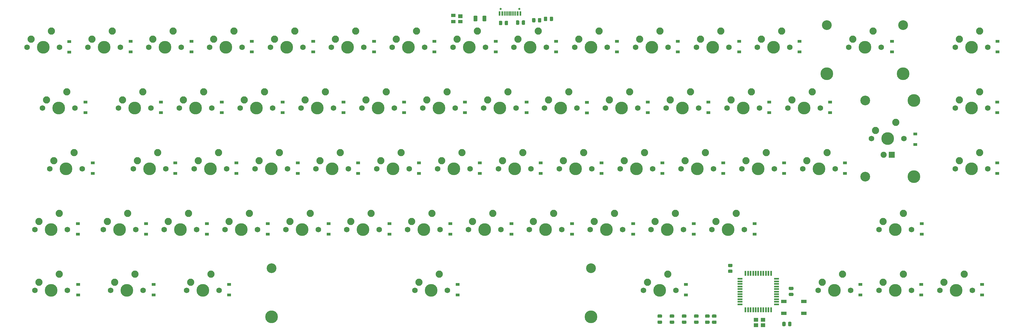
<source format=gbs>
G04 #@! TF.GenerationSoftware,KiCad,Pcbnew,(5.1.9)-1*
G04 #@! TF.CreationDate,2021-03-25T17:13:51+01:00*
G04 #@! TF.ProjectId,rabbitholev1,72616262-6974-4686-9f6c-6576312e6b69,rev?*
G04 #@! TF.SameCoordinates,Original*
G04 #@! TF.FileFunction,Soldermask,Bot*
G04 #@! TF.FilePolarity,Negative*
%FSLAX46Y46*%
G04 Gerber Fmt 4.6, Leading zero omitted, Abs format (unit mm)*
G04 Created by KiCad (PCBNEW (5.1.9)-1) date 2021-03-25 17:13:51*
%MOMM*%
%LPD*%
G01*
G04 APERTURE LIST*
%ADD10C,2.250000*%
%ADD11C,3.987800*%
%ADD12C,1.750000*%
%ADD13C,3.048000*%
%ADD14R,1.905000X1.905000*%
%ADD15C,1.905000*%
%ADD16R,1.400000X1.200000*%
%ADD17R,0.600000X1.450000*%
%ADD18R,0.300000X1.450000*%
%ADD19C,0.650000*%
%ADD20R,0.550000X1.500000*%
%ADD21R,1.500000X0.550000*%
%ADD22R,1.800000X1.100000*%
%ADD23R,1.400000X1.000000*%
%ADD24R,1.200000X0.900000*%
G04 APERTURE END LIST*
D10*
G04 #@! TO.C,MX17*
X40640000Y-150495000D03*
D11*
X38100000Y-155575000D03*
D10*
X34290000Y-153035000D03*
D12*
X33020000Y-155575000D03*
X43180000Y-155575000D03*
G04 #@! TD*
D10*
G04 #@! TO.C,MX18*
X59690000Y-150495000D03*
D11*
X57150000Y-155575000D03*
D10*
X53340000Y-153035000D03*
D12*
X52070000Y-155575000D03*
X62230000Y-155575000D03*
G04 #@! TD*
D10*
G04 #@! TO.C,MX16*
X16811769Y-150495000D03*
D11*
X14271769Y-155575000D03*
D10*
X10461769Y-153035000D03*
D12*
X9191769Y-155575000D03*
X19351769Y-155575000D03*
G04 #@! TD*
D10*
G04 #@! TO.C,MX66*
X297815000Y-207645000D03*
D11*
X295275000Y-212725000D03*
D10*
X291465000Y-210185000D03*
D12*
X290195000Y-212725000D03*
X300355000Y-212725000D03*
G04 #@! TD*
D10*
G04 #@! TO.C,MX65*
X278765000Y-207645000D03*
D11*
X276225000Y-212725000D03*
D10*
X272415000Y-210185000D03*
D12*
X271145000Y-212725000D03*
X281305000Y-212725000D03*
G04 #@! TD*
D10*
G04 #@! TO.C,MX64*
X259715000Y-207645000D03*
D11*
X257175000Y-212725000D03*
D10*
X253365000Y-210185000D03*
D12*
X252095000Y-212725000D03*
X262255000Y-212725000D03*
G04 #@! TD*
D10*
G04 #@! TO.C,MX63*
X204978000Y-207645000D03*
D11*
X202438000Y-212725000D03*
D10*
X198628000Y-210185000D03*
D12*
X197358000Y-212725000D03*
X207518000Y-212725000D03*
G04 #@! TD*
D10*
G04 #@! TO.C,MX62*
X133477000Y-207645000D03*
D11*
X130937000Y-212725000D03*
D10*
X127127000Y-210185000D03*
D12*
X125857000Y-212725000D03*
X136017000Y-212725000D03*
D13*
X80937100Y-205740000D03*
X180936900Y-205740000D03*
D11*
X80937100Y-220980000D03*
X180936900Y-220980000D03*
G04 #@! TD*
D10*
G04 #@! TO.C,MX61*
X61976000Y-207645000D03*
D11*
X59436000Y-212725000D03*
D10*
X55626000Y-210185000D03*
D12*
X54356000Y-212725000D03*
X64516000Y-212725000D03*
G04 #@! TD*
D10*
G04 #@! TO.C,MX60*
X38227000Y-207645000D03*
D11*
X35687000Y-212725000D03*
D10*
X31877000Y-210185000D03*
D12*
X30607000Y-212725000D03*
X40767000Y-212725000D03*
G04 #@! TD*
D10*
G04 #@! TO.C,MX59*
X14478000Y-207645000D03*
D11*
X11938000Y-212725000D03*
D10*
X8128000Y-210185000D03*
D12*
X6858000Y-212725000D03*
X17018000Y-212725000D03*
G04 #@! TD*
D10*
G04 #@! TO.C,MX58*
X278765000Y-188595000D03*
D11*
X276225000Y-193675000D03*
D10*
X272415000Y-191135000D03*
D12*
X271145000Y-193675000D03*
X281305000Y-193675000D03*
G04 #@! TD*
D10*
G04 #@! TO.C,MX57*
X226441000Y-188595000D03*
D11*
X223901000Y-193675000D03*
D10*
X220091000Y-191135000D03*
D12*
X218821000Y-193675000D03*
X228981000Y-193675000D03*
G04 #@! TD*
D10*
G04 #@! TO.C,MX56*
X207391000Y-188595000D03*
D11*
X204851000Y-193675000D03*
D10*
X201041000Y-191135000D03*
D12*
X199771000Y-193675000D03*
X209931000Y-193675000D03*
G04 #@! TD*
D10*
G04 #@! TO.C,MX55*
X188341000Y-188595000D03*
D11*
X185801000Y-193675000D03*
D10*
X181991000Y-191135000D03*
D12*
X180721000Y-193675000D03*
X190881000Y-193675000D03*
G04 #@! TD*
D10*
G04 #@! TO.C,MX54*
X169291000Y-188595000D03*
D11*
X166751000Y-193675000D03*
D10*
X162941000Y-191135000D03*
D12*
X161671000Y-193675000D03*
X171831000Y-193675000D03*
G04 #@! TD*
D10*
G04 #@! TO.C,MX53*
X150241000Y-188595000D03*
D11*
X147701000Y-193675000D03*
D10*
X143891000Y-191135000D03*
D12*
X142621000Y-193675000D03*
X152781000Y-193675000D03*
G04 #@! TD*
D10*
G04 #@! TO.C,MX52*
X131191000Y-188595000D03*
D11*
X128651000Y-193675000D03*
D10*
X124841000Y-191135000D03*
D12*
X123571000Y-193675000D03*
X133731000Y-193675000D03*
G04 #@! TD*
D10*
G04 #@! TO.C,MX51*
X112141000Y-188595000D03*
D11*
X109601000Y-193675000D03*
D10*
X105791000Y-191135000D03*
D12*
X104521000Y-193675000D03*
X114681000Y-193675000D03*
G04 #@! TD*
D10*
G04 #@! TO.C,MX50*
X93091000Y-188595000D03*
D11*
X90551000Y-193675000D03*
D10*
X86741000Y-191135000D03*
D12*
X85471000Y-193675000D03*
X95631000Y-193675000D03*
G04 #@! TD*
D10*
G04 #@! TO.C,MX49*
X74041000Y-188595000D03*
D11*
X71501000Y-193675000D03*
D10*
X67691000Y-191135000D03*
D12*
X66421000Y-193675000D03*
X76581000Y-193675000D03*
G04 #@! TD*
D10*
G04 #@! TO.C,MX48*
X54991000Y-188595000D03*
D11*
X52451000Y-193675000D03*
D10*
X48641000Y-191135000D03*
D12*
X47371000Y-193675000D03*
X57531000Y-193675000D03*
G04 #@! TD*
D10*
G04 #@! TO.C,MX47*
X35941000Y-188595000D03*
D11*
X33401000Y-193675000D03*
D10*
X29591000Y-191135000D03*
D12*
X28321000Y-193675000D03*
X38481000Y-193675000D03*
G04 #@! TD*
D10*
G04 #@! TO.C,MX46*
X14478000Y-188595000D03*
D11*
X11938000Y-193675000D03*
D10*
X8128000Y-191135000D03*
D12*
X6858000Y-193675000D03*
X17018000Y-193675000D03*
G04 #@! TD*
D10*
G04 #@! TO.C,MX44*
X302577500Y-169545000D03*
D11*
X300037500Y-174625000D03*
D10*
X296227500Y-172085000D03*
D12*
X294957500Y-174625000D03*
X305117500Y-174625000D03*
G04 #@! TD*
D10*
G04 #@! TO.C,MX43*
X254889000Y-169545000D03*
D11*
X252349000Y-174625000D03*
D10*
X248539000Y-172085000D03*
D12*
X247269000Y-174625000D03*
X257429000Y-174625000D03*
G04 #@! TD*
D10*
G04 #@! TO.C,MX42*
X235839000Y-169545000D03*
D11*
X233299000Y-174625000D03*
D10*
X229489000Y-172085000D03*
D12*
X228219000Y-174625000D03*
X238379000Y-174625000D03*
G04 #@! TD*
D10*
G04 #@! TO.C,MX41*
X216789000Y-169545000D03*
D11*
X214249000Y-174625000D03*
D10*
X210439000Y-172085000D03*
D12*
X209169000Y-174625000D03*
X219329000Y-174625000D03*
G04 #@! TD*
D10*
G04 #@! TO.C,MX40*
X197739000Y-169545000D03*
D11*
X195199000Y-174625000D03*
D10*
X191389000Y-172085000D03*
D12*
X190119000Y-174625000D03*
X200279000Y-174625000D03*
G04 #@! TD*
D10*
G04 #@! TO.C,MX39*
X178689000Y-169545000D03*
D11*
X176149000Y-174625000D03*
D10*
X172339000Y-172085000D03*
D12*
X171069000Y-174625000D03*
X181229000Y-174625000D03*
G04 #@! TD*
D10*
G04 #@! TO.C,MX38*
X159639000Y-169545000D03*
D11*
X157099000Y-174625000D03*
D10*
X153289000Y-172085000D03*
D12*
X152019000Y-174625000D03*
X162179000Y-174625000D03*
G04 #@! TD*
D10*
G04 #@! TO.C,MX37*
X140589000Y-169545000D03*
D11*
X138049000Y-174625000D03*
D10*
X134239000Y-172085000D03*
D12*
X132969000Y-174625000D03*
X143129000Y-174625000D03*
G04 #@! TD*
D10*
G04 #@! TO.C,MX36*
X121539000Y-169545000D03*
D11*
X118999000Y-174625000D03*
D10*
X115189000Y-172085000D03*
D12*
X113919000Y-174625000D03*
X124079000Y-174625000D03*
G04 #@! TD*
D10*
G04 #@! TO.C,MX35*
X102489000Y-169545000D03*
D11*
X99949000Y-174625000D03*
D10*
X96139000Y-172085000D03*
D12*
X94869000Y-174625000D03*
X105029000Y-174625000D03*
G04 #@! TD*
D10*
G04 #@! TO.C,MX34*
X83439000Y-169545000D03*
D11*
X80899000Y-174625000D03*
D10*
X77089000Y-172085000D03*
D12*
X75819000Y-174625000D03*
X85979000Y-174625000D03*
G04 #@! TD*
D10*
G04 #@! TO.C,MX33*
X64389000Y-169545000D03*
D11*
X61849000Y-174625000D03*
D10*
X58039000Y-172085000D03*
D12*
X56769000Y-174625000D03*
X66929000Y-174625000D03*
G04 #@! TD*
D10*
G04 #@! TO.C,MX32*
X45339000Y-169545000D03*
D11*
X42799000Y-174625000D03*
D10*
X38989000Y-172085000D03*
D12*
X37719000Y-174625000D03*
X47879000Y-174625000D03*
G04 #@! TD*
D10*
G04 #@! TO.C,MX31*
X19177000Y-169545000D03*
D11*
X16637000Y-174625000D03*
D10*
X12827000Y-172085000D03*
D12*
X11557000Y-174625000D03*
X21717000Y-174625000D03*
G04 #@! TD*
D10*
G04 #@! TO.C,MX30*
X302577500Y-150495000D03*
D11*
X300037500Y-155575000D03*
D10*
X296227500Y-153035000D03*
D12*
X294957500Y-155575000D03*
X305117500Y-155575000D03*
G04 #@! TD*
D10*
G04 #@! TO.C,MX28*
X250190000Y-150495000D03*
D11*
X247650000Y-155575000D03*
D10*
X243840000Y-153035000D03*
D12*
X242570000Y-155575000D03*
X252730000Y-155575000D03*
G04 #@! TD*
D10*
G04 #@! TO.C,MX27*
X231140000Y-150495000D03*
D11*
X228600000Y-155575000D03*
D10*
X224790000Y-153035000D03*
D12*
X223520000Y-155575000D03*
X233680000Y-155575000D03*
G04 #@! TD*
D10*
G04 #@! TO.C,MX26*
X212090000Y-150495000D03*
D11*
X209550000Y-155575000D03*
D10*
X205740000Y-153035000D03*
D12*
X204470000Y-155575000D03*
X214630000Y-155575000D03*
G04 #@! TD*
D10*
G04 #@! TO.C,MX25*
X193040000Y-150495000D03*
D11*
X190500000Y-155575000D03*
D10*
X186690000Y-153035000D03*
D12*
X185420000Y-155575000D03*
X195580000Y-155575000D03*
G04 #@! TD*
D10*
G04 #@! TO.C,MX24*
X173990000Y-150495000D03*
D11*
X171450000Y-155575000D03*
D10*
X167640000Y-153035000D03*
D12*
X166370000Y-155575000D03*
X176530000Y-155575000D03*
G04 #@! TD*
D10*
G04 #@! TO.C,MX23*
X154940000Y-150495000D03*
D11*
X152400000Y-155575000D03*
D10*
X148590000Y-153035000D03*
D12*
X147320000Y-155575000D03*
X157480000Y-155575000D03*
G04 #@! TD*
D10*
G04 #@! TO.C,MX22*
X135890000Y-150495000D03*
D11*
X133350000Y-155575000D03*
D10*
X129540000Y-153035000D03*
D12*
X128270000Y-155575000D03*
X138430000Y-155575000D03*
G04 #@! TD*
D10*
G04 #@! TO.C,MX21*
X116840000Y-150495000D03*
D11*
X114300000Y-155575000D03*
D10*
X110490000Y-153035000D03*
D12*
X109220000Y-155575000D03*
X119380000Y-155575000D03*
G04 #@! TD*
D10*
G04 #@! TO.C,MX20*
X97790000Y-150495000D03*
D11*
X95250000Y-155575000D03*
D10*
X91440000Y-153035000D03*
D12*
X90170000Y-155575000D03*
X100330000Y-155575000D03*
G04 #@! TD*
D10*
G04 #@! TO.C,MX19*
X78740000Y-150495000D03*
D11*
X76200000Y-155575000D03*
D10*
X72390000Y-153035000D03*
D12*
X71120000Y-155575000D03*
X81280000Y-155575000D03*
G04 #@! TD*
D10*
G04 #@! TO.C,MX15*
X302577500Y-131445000D03*
D11*
X300037500Y-136525000D03*
D10*
X296227500Y-133985000D03*
D12*
X294957500Y-136525000D03*
X305117500Y-136525000D03*
G04 #@! TD*
D10*
G04 #@! TO.C,MX14*
X269240000Y-131445000D03*
D11*
X266700000Y-136525000D03*
D10*
X262890000Y-133985000D03*
D12*
X261620000Y-136525000D03*
X271780000Y-136525000D03*
D13*
X254793750Y-129540000D03*
X278606250Y-129540000D03*
D11*
X254793750Y-144780000D03*
X278606250Y-144780000D03*
G04 #@! TD*
D10*
G04 #@! TO.C,MX13*
X240665000Y-131445000D03*
D11*
X238125000Y-136525000D03*
D10*
X234315000Y-133985000D03*
D12*
X233045000Y-136525000D03*
X243205000Y-136525000D03*
G04 #@! TD*
D10*
G04 #@! TO.C,MX12*
X221615000Y-131445000D03*
D11*
X219075000Y-136525000D03*
D10*
X215265000Y-133985000D03*
D12*
X213995000Y-136525000D03*
X224155000Y-136525000D03*
G04 #@! TD*
D10*
G04 #@! TO.C,MX11*
X202565000Y-131445000D03*
D11*
X200025000Y-136525000D03*
D10*
X196215000Y-133985000D03*
D12*
X194945000Y-136525000D03*
X205105000Y-136525000D03*
G04 #@! TD*
D10*
G04 #@! TO.C,MX10*
X183515000Y-131445000D03*
D11*
X180975000Y-136525000D03*
D10*
X177165000Y-133985000D03*
D12*
X175895000Y-136525000D03*
X186055000Y-136525000D03*
G04 #@! TD*
D10*
G04 #@! TO.C,MX9*
X164465000Y-131445000D03*
D11*
X161925000Y-136525000D03*
D10*
X158115000Y-133985000D03*
D12*
X156845000Y-136525000D03*
X167005000Y-136525000D03*
G04 #@! TD*
D10*
G04 #@! TO.C,MX8*
X145415000Y-131445000D03*
D11*
X142875000Y-136525000D03*
D10*
X139065000Y-133985000D03*
D12*
X137795000Y-136525000D03*
X147955000Y-136525000D03*
G04 #@! TD*
D10*
G04 #@! TO.C,MX7*
X126365000Y-131445000D03*
D11*
X123825000Y-136525000D03*
D10*
X120015000Y-133985000D03*
D12*
X118745000Y-136525000D03*
X128905000Y-136525000D03*
G04 #@! TD*
D10*
G04 #@! TO.C,MX6*
X107315000Y-131445000D03*
D11*
X104775000Y-136525000D03*
D10*
X100965000Y-133985000D03*
D12*
X99695000Y-136525000D03*
X109855000Y-136525000D03*
G04 #@! TD*
D10*
G04 #@! TO.C,MX5*
X88265000Y-131445000D03*
D11*
X85725000Y-136525000D03*
D10*
X81915000Y-133985000D03*
D12*
X80645000Y-136525000D03*
X90805000Y-136525000D03*
G04 #@! TD*
D10*
G04 #@! TO.C,MX4*
X69215000Y-131445000D03*
D11*
X66675000Y-136525000D03*
D10*
X62865000Y-133985000D03*
D12*
X61595000Y-136525000D03*
X71755000Y-136525000D03*
G04 #@! TD*
D10*
G04 #@! TO.C,MX3*
X50165000Y-131445000D03*
D11*
X47625000Y-136525000D03*
D10*
X43815000Y-133985000D03*
D12*
X42545000Y-136525000D03*
X52705000Y-136525000D03*
G04 #@! TD*
D10*
G04 #@! TO.C,MX2*
X31115000Y-131445000D03*
D11*
X28575000Y-136525000D03*
D10*
X24765000Y-133985000D03*
D12*
X23495000Y-136525000D03*
X33655000Y-136525000D03*
G04 #@! TD*
D10*
G04 #@! TO.C,MX1*
X12065000Y-131445000D03*
D11*
X9525000Y-136525000D03*
D10*
X5715000Y-133985000D03*
D12*
X4445000Y-136525000D03*
X14605000Y-136525000D03*
G04 #@! TD*
D11*
G04 #@! TO.C,MX29*
X282067000Y-153162000D03*
X282067000Y-177038000D03*
D13*
X266827000Y-153162000D03*
X266827000Y-177038000D03*
D12*
X278892000Y-165100000D03*
X268732000Y-165100000D03*
D14*
X275082000Y-170180000D03*
D15*
X272542000Y-170180000D03*
D10*
X270002000Y-162560000D03*
D11*
X273812000Y-165100000D03*
D10*
X276352000Y-160020000D03*
G04 #@! TD*
D16*
G04 #@! TO.C,Y1*
X232580000Y-223671500D03*
X234780000Y-223671500D03*
X234780000Y-221971500D03*
X232580000Y-221971500D03*
G04 #@! TD*
D17*
G04 #@! TO.C,USB1*
X158800000Y-125932000D03*
X152350000Y-125932000D03*
X158025000Y-125932000D03*
X153125000Y-125932000D03*
D18*
X153825000Y-125932000D03*
X157325000Y-125932000D03*
X154325000Y-125932000D03*
X156825000Y-125932000D03*
X154825000Y-125932000D03*
X156325000Y-125932000D03*
X155825000Y-125932000D03*
X155325000Y-125932000D03*
D19*
X158465000Y-124487000D03*
X152685000Y-124487000D03*
G04 #@! TD*
D20*
G04 #@! TO.C,U1*
X237299000Y-207406000D03*
X236499000Y-207406000D03*
X235699000Y-207406000D03*
X234899000Y-207406000D03*
X234099000Y-207406000D03*
X233299000Y-207406000D03*
X232499000Y-207406000D03*
X231699000Y-207406000D03*
X230899000Y-207406000D03*
X230099000Y-207406000D03*
X229299000Y-207406000D03*
D21*
X227599000Y-209106000D03*
X227599000Y-209906000D03*
X227599000Y-210706000D03*
X227599000Y-211506000D03*
X227599000Y-212306000D03*
X227599000Y-213106000D03*
X227599000Y-213906000D03*
X227599000Y-214706000D03*
X227599000Y-215506000D03*
X227599000Y-216306000D03*
X227599000Y-217106000D03*
D20*
X229299000Y-218806000D03*
X230099000Y-218806000D03*
X230899000Y-218806000D03*
X231699000Y-218806000D03*
X232499000Y-218806000D03*
X233299000Y-218806000D03*
X234099000Y-218806000D03*
X234899000Y-218806000D03*
X235699000Y-218806000D03*
X236499000Y-218806000D03*
X237299000Y-218806000D03*
D21*
X238999000Y-217106000D03*
X238999000Y-216306000D03*
X238999000Y-215506000D03*
X238999000Y-214706000D03*
X238999000Y-213906000D03*
X238999000Y-213106000D03*
X238999000Y-212306000D03*
X238999000Y-211506000D03*
X238999000Y-210706000D03*
X238999000Y-209906000D03*
X238999000Y-209106000D03*
G04 #@! TD*
D22*
G04 #@! TO.C,SW1*
X241329280Y-216214080D03*
X247529280Y-219914080D03*
X241329280Y-219914080D03*
X247529280Y-216214080D03*
G04 #@! TD*
G04 #@! TO.C,R6*
G36*
G01*
X153943000Y-129355002D02*
X153943000Y-128454998D01*
G75*
G02*
X154192998Y-128205000I249998J0D01*
G01*
X154718002Y-128205000D01*
G75*
G02*
X154968000Y-128454998I0J-249998D01*
G01*
X154968000Y-129355002D01*
G75*
G02*
X154718002Y-129605000I-249998J0D01*
G01*
X154192998Y-129605000D01*
G75*
G02*
X153943000Y-129355002I0J249998D01*
G01*
G37*
G36*
G01*
X152118000Y-129355002D02*
X152118000Y-128454998D01*
G75*
G02*
X152367998Y-128205000I249998J0D01*
G01*
X152893002Y-128205000D01*
G75*
G02*
X153143000Y-128454998I0J-249998D01*
G01*
X153143000Y-129355002D01*
G75*
G02*
X152893002Y-129605000I-249998J0D01*
G01*
X152367998Y-129605000D01*
G75*
G02*
X152118000Y-129355002I0J249998D01*
G01*
G37*
G04 #@! TD*
G04 #@! TO.C,R5*
G36*
G01*
X158477000Y-128327998D02*
X158477000Y-129228002D01*
G75*
G02*
X158227002Y-129478000I-249998J0D01*
G01*
X157701998Y-129478000D01*
G75*
G02*
X157452000Y-129228002I0J249998D01*
G01*
X157452000Y-128327998D01*
G75*
G02*
X157701998Y-128078000I249998J0D01*
G01*
X158227002Y-128078000D01*
G75*
G02*
X158477000Y-128327998I0J-249998D01*
G01*
G37*
G36*
G01*
X160302000Y-128327998D02*
X160302000Y-129228002D01*
G75*
G02*
X160052002Y-129478000I-249998J0D01*
G01*
X159526998Y-129478000D01*
G75*
G02*
X159277000Y-129228002I0J249998D01*
G01*
X159277000Y-128327998D01*
G75*
G02*
X159526998Y-128078000I249998J0D01*
G01*
X160052002Y-128078000D01*
G75*
G02*
X160302000Y-128327998I0J-249998D01*
G01*
G37*
G04 #@! TD*
G04 #@! TO.C,R4*
G36*
G01*
X168026660Y-128074842D02*
X168026660Y-127174838D01*
G75*
G02*
X168276658Y-126924840I249998J0D01*
G01*
X168801662Y-126924840D01*
G75*
G02*
X169051660Y-127174838I0J-249998D01*
G01*
X169051660Y-128074842D01*
G75*
G02*
X168801662Y-128324840I-249998J0D01*
G01*
X168276658Y-128324840D01*
G75*
G02*
X168026660Y-128074842I0J249998D01*
G01*
G37*
G36*
G01*
X166201660Y-128074842D02*
X166201660Y-127174838D01*
G75*
G02*
X166451658Y-126924840I249998J0D01*
G01*
X166976662Y-126924840D01*
G75*
G02*
X167226660Y-127174838I0J-249998D01*
G01*
X167226660Y-128074842D01*
G75*
G02*
X166976662Y-128324840I-249998J0D01*
G01*
X166451658Y-128324840D01*
G75*
G02*
X166201660Y-128074842I0J249998D01*
G01*
G37*
G04 #@! TD*
G04 #@! TO.C,R3*
G36*
G01*
X164338580Y-128491402D02*
X164338580Y-127591398D01*
G75*
G02*
X164588578Y-127341400I249998J0D01*
G01*
X165113582Y-127341400D01*
G75*
G02*
X165363580Y-127591398I0J-249998D01*
G01*
X165363580Y-128491402D01*
G75*
G02*
X165113582Y-128741400I-249998J0D01*
G01*
X164588578Y-128741400D01*
G75*
G02*
X164338580Y-128491402I0J249998D01*
G01*
G37*
G36*
G01*
X162513580Y-128491402D02*
X162513580Y-127591398D01*
G75*
G02*
X162763578Y-127341400I249998J0D01*
G01*
X163288582Y-127341400D01*
G75*
G02*
X163538580Y-127591398I0J-249998D01*
G01*
X163538580Y-128491402D01*
G75*
G02*
X163288582Y-128741400I-249998J0D01*
G01*
X162763578Y-128741400D01*
G75*
G02*
X162513580Y-128491402I0J249998D01*
G01*
G37*
G04 #@! TD*
G04 #@! TO.C,R2*
G36*
G01*
X224986002Y-205403500D02*
X224085998Y-205403500D01*
G75*
G02*
X223836000Y-205153502I0J249998D01*
G01*
X223836000Y-204628498D01*
G75*
G02*
X224085998Y-204378500I249998J0D01*
G01*
X224986002Y-204378500D01*
G75*
G02*
X225236000Y-204628498I0J-249998D01*
G01*
X225236000Y-205153502D01*
G75*
G02*
X224986002Y-205403500I-249998J0D01*
G01*
G37*
G36*
G01*
X224986002Y-207228500D02*
X224085998Y-207228500D01*
G75*
G02*
X223836000Y-206978502I0J249998D01*
G01*
X223836000Y-206453498D01*
G75*
G02*
X224085998Y-206203500I249998J0D01*
G01*
X224986002Y-206203500D01*
G75*
G02*
X225236000Y-206453498I0J-249998D01*
G01*
X225236000Y-206978502D01*
G75*
G02*
X224986002Y-207228500I-249998J0D01*
G01*
G37*
G04 #@! TD*
G04 #@! TO.C,R1*
G36*
G01*
X241852500Y-222815998D02*
X241852500Y-223716002D01*
G75*
G02*
X241602502Y-223966000I-249998J0D01*
G01*
X241077498Y-223966000D01*
G75*
G02*
X240827500Y-223716002I0J249998D01*
G01*
X240827500Y-222815998D01*
G75*
G02*
X241077498Y-222566000I249998J0D01*
G01*
X241602502Y-222566000D01*
G75*
G02*
X241852500Y-222815998I0J-249998D01*
G01*
G37*
G36*
G01*
X243677500Y-222815998D02*
X243677500Y-223716002D01*
G75*
G02*
X243427502Y-223966000I-249998J0D01*
G01*
X242902498Y-223966000D01*
G75*
G02*
X242652500Y-223716002I0J249998D01*
G01*
X242652500Y-222815998D01*
G75*
G02*
X242902498Y-222566000I249998J0D01*
G01*
X243427502Y-222566000D01*
G75*
G02*
X243677500Y-222815998I0J-249998D01*
G01*
G37*
G04 #@! TD*
D23*
G04 #@! TO.C,D67*
X137838000Y-126558000D03*
X137838000Y-128458000D03*
X140038000Y-128458000D03*
D16*
X140038000Y-126738000D03*
G04 #@! TD*
D24*
G04 #@! TO.C,D66*
X303403000Y-210821000D03*
X303403000Y-214121000D03*
G04 #@! TD*
G04 #@! TO.C,D65*
X284353000Y-210821000D03*
X284353000Y-214121000D03*
G04 #@! TD*
G04 #@! TO.C,D64*
X265303000Y-210821000D03*
X265303000Y-214121000D03*
G04 #@! TD*
G04 #@! TO.C,D63*
X210693000Y-210821000D03*
X210693000Y-214121000D03*
G04 #@! TD*
G04 #@! TO.C,D62*
X139192000Y-210821000D03*
X139192000Y-214121000D03*
G04 #@! TD*
G04 #@! TO.C,D61*
X67691000Y-210822000D03*
X67691000Y-214122000D03*
G04 #@! TD*
G04 #@! TO.C,D60*
X44069000Y-210821000D03*
X44069000Y-214121000D03*
G04 #@! TD*
G04 #@! TO.C,D59*
X20447000Y-210821000D03*
X20447000Y-214121000D03*
G04 #@! TD*
G04 #@! TO.C,D58*
X284480000Y-191771000D03*
X284480000Y-195071000D03*
G04 #@! TD*
G04 #@! TO.C,D57*
X232156000Y-191771000D03*
X232156000Y-195071000D03*
G04 #@! TD*
G04 #@! TO.C,D56*
X213106000Y-191771000D03*
X213106000Y-195071000D03*
G04 #@! TD*
G04 #@! TO.C,D55*
X194183000Y-191771000D03*
X194183000Y-195071000D03*
G04 #@! TD*
G04 #@! TO.C,D54*
X175006000Y-191771000D03*
X175006000Y-195071000D03*
G04 #@! TD*
G04 #@! TO.C,D53*
X156083000Y-191771000D03*
X156083000Y-195071000D03*
G04 #@! TD*
G04 #@! TO.C,D52*
X136906000Y-191771000D03*
X136906000Y-195071000D03*
G04 #@! TD*
G04 #@! TO.C,D51*
X117856000Y-191771000D03*
X117856000Y-195071000D03*
G04 #@! TD*
G04 #@! TO.C,D50*
X98806000Y-191771000D03*
X98806000Y-195071000D03*
G04 #@! TD*
G04 #@! TO.C,D49*
X79756000Y-191771000D03*
X79756000Y-195071000D03*
G04 #@! TD*
G04 #@! TO.C,D48*
X60706000Y-191771000D03*
X60706000Y-195071000D03*
G04 #@! TD*
G04 #@! TO.C,D47*
X41656000Y-191771000D03*
X41656000Y-195071000D03*
G04 #@! TD*
G04 #@! TO.C,D46*
X20320000Y-191771000D03*
X20320000Y-195071000D03*
G04 #@! TD*
G04 #@! TO.C,D44*
X308102000Y-172721000D03*
X308102000Y-176021000D03*
G04 #@! TD*
G04 #@! TO.C,D43*
X260477000Y-172721000D03*
X260477000Y-176021000D03*
G04 #@! TD*
G04 #@! TO.C,D42*
X241427000Y-172721000D03*
X241427000Y-176021000D03*
G04 #@! TD*
G04 #@! TO.C,D41*
X222377000Y-172721000D03*
X222377000Y-176021000D03*
G04 #@! TD*
G04 #@! TO.C,D40*
X203327000Y-172721000D03*
X203327000Y-176021000D03*
G04 #@! TD*
G04 #@! TO.C,D39*
X184277000Y-172721000D03*
X184277000Y-176021000D03*
G04 #@! TD*
G04 #@! TO.C,D38*
X165227000Y-172721000D03*
X165227000Y-176021000D03*
G04 #@! TD*
G04 #@! TO.C,D37*
X146177000Y-172721000D03*
X146177000Y-176021000D03*
G04 #@! TD*
G04 #@! TO.C,D36*
X127127000Y-172721000D03*
X127127000Y-176021000D03*
G04 #@! TD*
G04 #@! TO.C,D35*
X108077000Y-172721000D03*
X108077000Y-176021000D03*
G04 #@! TD*
G04 #@! TO.C,D34*
X89154000Y-172721000D03*
X89154000Y-176021000D03*
G04 #@! TD*
G04 #@! TO.C,D33*
X69977000Y-172721000D03*
X69977000Y-176021000D03*
G04 #@! TD*
G04 #@! TO.C,D32*
X50800000Y-172721000D03*
X50800000Y-176021000D03*
G04 #@! TD*
G04 #@! TO.C,D31*
X25019000Y-172721000D03*
X25019000Y-176021000D03*
G04 #@! TD*
G04 #@! TO.C,D30*
X308102000Y-153671000D03*
X308102000Y-156971000D03*
G04 #@! TD*
G04 #@! TO.C,D29*
X282448000Y-163704000D03*
X282448000Y-167004000D03*
G04 #@! TD*
G04 #@! TO.C,D28*
X255778000Y-153671000D03*
X255778000Y-156971000D03*
G04 #@! TD*
G04 #@! TO.C,D27*
X236728000Y-153671000D03*
X236728000Y-156971000D03*
G04 #@! TD*
G04 #@! TO.C,D26*
X217678000Y-153671000D03*
X217678000Y-156971000D03*
G04 #@! TD*
G04 #@! TO.C,D25*
X198755000Y-153671000D03*
X198755000Y-156971000D03*
G04 #@! TD*
G04 #@! TO.C,D24*
X179705000Y-153798000D03*
X179705000Y-157098000D03*
G04 #@! TD*
G04 #@! TO.C,D23*
X160782000Y-153671000D03*
X160782000Y-156971000D03*
G04 #@! TD*
G04 #@! TO.C,D22*
X141478000Y-153671000D03*
X141478000Y-156971000D03*
G04 #@! TD*
G04 #@! TO.C,D21*
X122428000Y-153671000D03*
X122428000Y-156971000D03*
G04 #@! TD*
G04 #@! TO.C,D20*
X103505000Y-153671000D03*
X103505000Y-156971000D03*
G04 #@! TD*
G04 #@! TO.C,D19*
X84455000Y-153671000D03*
X84455000Y-156971000D03*
G04 #@! TD*
G04 #@! TO.C,D18*
X65405000Y-153671000D03*
X65405000Y-156971000D03*
G04 #@! TD*
G04 #@! TO.C,D17*
X46355000Y-153671000D03*
X46355000Y-156971000D03*
G04 #@! TD*
G04 #@! TO.C,D16*
X22733000Y-153671000D03*
X22733000Y-156971000D03*
G04 #@! TD*
G04 #@! TO.C,D15*
X308229000Y-134621000D03*
X308229000Y-137921000D03*
G04 #@! TD*
G04 #@! TO.C,D14*
X275209000Y-134621000D03*
X275209000Y-137921000D03*
G04 #@! TD*
G04 #@! TO.C,D13*
X246253000Y-134621000D03*
X246253000Y-137921000D03*
G04 #@! TD*
G04 #@! TO.C,D12*
X227330000Y-134621000D03*
X227330000Y-137921000D03*
G04 #@! TD*
G04 #@! TO.C,D11*
X208153000Y-134621000D03*
X208153000Y-137921000D03*
G04 #@! TD*
G04 #@! TO.C,D10*
X189103000Y-134621000D03*
X189103000Y-137921000D03*
G04 #@! TD*
G04 #@! TO.C,D9*
X170053000Y-134621000D03*
X170053000Y-137921000D03*
G04 #@! TD*
G04 #@! TO.C,D8*
X151130000Y-134621000D03*
X151130000Y-137921000D03*
G04 #@! TD*
G04 #@! TO.C,D7*
X131953000Y-134621000D03*
X131953000Y-137921000D03*
G04 #@! TD*
G04 #@! TO.C,D6*
X113030000Y-134621000D03*
X113030000Y-137921000D03*
G04 #@! TD*
G04 #@! TO.C,D5*
X93980000Y-134621000D03*
X93980000Y-137921000D03*
G04 #@! TD*
G04 #@! TO.C,D4*
X74803000Y-134621000D03*
X74803000Y-137921000D03*
G04 #@! TD*
G04 #@! TO.C,D3*
X55880000Y-134621000D03*
X55880000Y-137921000D03*
G04 #@! TD*
G04 #@! TO.C,D2*
X36830000Y-134621000D03*
X36830000Y-137921000D03*
G04 #@! TD*
G04 #@! TO.C,D1*
X17653000Y-134748000D03*
X17653000Y-138048000D03*
G04 #@! TD*
G04 #@! TO.C,C7*
G36*
G01*
X219994500Y-221292000D02*
X219044500Y-221292000D01*
G75*
G02*
X218794500Y-221042000I0J250000D01*
G01*
X218794500Y-220542000D01*
G75*
G02*
X219044500Y-220292000I250000J0D01*
G01*
X219994500Y-220292000D01*
G75*
G02*
X220244500Y-220542000I0J-250000D01*
G01*
X220244500Y-221042000D01*
G75*
G02*
X219994500Y-221292000I-250000J0D01*
G01*
G37*
G36*
G01*
X219994500Y-223192000D02*
X219044500Y-223192000D01*
G75*
G02*
X218794500Y-222942000I0J250000D01*
G01*
X218794500Y-222442000D01*
G75*
G02*
X219044500Y-222192000I250000J0D01*
G01*
X219994500Y-222192000D01*
G75*
G02*
X220244500Y-222442000I0J-250000D01*
G01*
X220244500Y-222942000D01*
G75*
G02*
X219994500Y-223192000I-250000J0D01*
G01*
G37*
G04 #@! TD*
G04 #@! TO.C,C6*
G36*
G01*
X217835500Y-221292000D02*
X216885500Y-221292000D01*
G75*
G02*
X216635500Y-221042000I0J250000D01*
G01*
X216635500Y-220542000D01*
G75*
G02*
X216885500Y-220292000I250000J0D01*
G01*
X217835500Y-220292000D01*
G75*
G02*
X218085500Y-220542000I0J-250000D01*
G01*
X218085500Y-221042000D01*
G75*
G02*
X217835500Y-221292000I-250000J0D01*
G01*
G37*
G36*
G01*
X217835500Y-223192000D02*
X216885500Y-223192000D01*
G75*
G02*
X216635500Y-222942000I0J250000D01*
G01*
X216635500Y-222442000D01*
G75*
G02*
X216885500Y-222192000I250000J0D01*
G01*
X217835500Y-222192000D01*
G75*
G02*
X218085500Y-222442000I0J-250000D01*
G01*
X218085500Y-222942000D01*
G75*
G02*
X217835500Y-223192000I-250000J0D01*
G01*
G37*
G04 #@! TD*
G04 #@! TO.C,C5*
G36*
G01*
X214383640Y-221281840D02*
X213433640Y-221281840D01*
G75*
G02*
X213183640Y-221031840I0J250000D01*
G01*
X213183640Y-220531840D01*
G75*
G02*
X213433640Y-220281840I250000J0D01*
G01*
X214383640Y-220281840D01*
G75*
G02*
X214633640Y-220531840I0J-250000D01*
G01*
X214633640Y-221031840D01*
G75*
G02*
X214383640Y-221281840I-250000J0D01*
G01*
G37*
G36*
G01*
X214383640Y-223181840D02*
X213433640Y-223181840D01*
G75*
G02*
X213183640Y-222931840I0J250000D01*
G01*
X213183640Y-222431840D01*
G75*
G02*
X213433640Y-222181840I250000J0D01*
G01*
X214383640Y-222181840D01*
G75*
G02*
X214633640Y-222431840I0J-250000D01*
G01*
X214633640Y-222931840D01*
G75*
G02*
X214383640Y-223181840I-250000J0D01*
G01*
G37*
G04 #@! TD*
G04 #@! TO.C,C4*
G36*
G01*
X210573640Y-221281840D02*
X209623640Y-221281840D01*
G75*
G02*
X209373640Y-221031840I0J250000D01*
G01*
X209373640Y-220531840D01*
G75*
G02*
X209623640Y-220281840I250000J0D01*
G01*
X210573640Y-220281840D01*
G75*
G02*
X210823640Y-220531840I0J-250000D01*
G01*
X210823640Y-221031840D01*
G75*
G02*
X210573640Y-221281840I-250000J0D01*
G01*
G37*
G36*
G01*
X210573640Y-223181840D02*
X209623640Y-223181840D01*
G75*
G02*
X209373640Y-222931840I0J250000D01*
G01*
X209373640Y-222431840D01*
G75*
G02*
X209623640Y-222181840I250000J0D01*
G01*
X210573640Y-222181840D01*
G75*
G02*
X210823640Y-222431840I0J-250000D01*
G01*
X210823640Y-222931840D01*
G75*
G02*
X210573640Y-223181840I-250000J0D01*
G01*
G37*
G04 #@! TD*
G04 #@! TO.C,C3*
G36*
G01*
X206763640Y-221281840D02*
X205813640Y-221281840D01*
G75*
G02*
X205563640Y-221031840I0J250000D01*
G01*
X205563640Y-220531840D01*
G75*
G02*
X205813640Y-220281840I250000J0D01*
G01*
X206763640Y-220281840D01*
G75*
G02*
X207013640Y-220531840I0J-250000D01*
G01*
X207013640Y-221031840D01*
G75*
G02*
X206763640Y-221281840I-250000J0D01*
G01*
G37*
G36*
G01*
X206763640Y-223181840D02*
X205813640Y-223181840D01*
G75*
G02*
X205563640Y-222931840I0J250000D01*
G01*
X205563640Y-222431840D01*
G75*
G02*
X205813640Y-222181840I250000J0D01*
G01*
X206763640Y-222181840D01*
G75*
G02*
X207013640Y-222431840I0J-250000D01*
G01*
X207013640Y-222931840D01*
G75*
G02*
X206763640Y-223181840I-250000J0D01*
G01*
G37*
G04 #@! TD*
G04 #@! TO.C,C2*
G36*
G01*
X202953640Y-221281840D02*
X202003640Y-221281840D01*
G75*
G02*
X201753640Y-221031840I0J250000D01*
G01*
X201753640Y-220531840D01*
G75*
G02*
X202003640Y-220281840I250000J0D01*
G01*
X202953640Y-220281840D01*
G75*
G02*
X203203640Y-220531840I0J-250000D01*
G01*
X203203640Y-221031840D01*
G75*
G02*
X202953640Y-221281840I-250000J0D01*
G01*
G37*
G36*
G01*
X202953640Y-223181840D02*
X202003640Y-223181840D01*
G75*
G02*
X201753640Y-222931840I0J250000D01*
G01*
X201753640Y-222431840D01*
G75*
G02*
X202003640Y-222181840I250000J0D01*
G01*
X202953640Y-222181840D01*
G75*
G02*
X203203640Y-222431840I0J-250000D01*
G01*
X203203640Y-222931840D01*
G75*
G02*
X202953640Y-223181840I-250000J0D01*
G01*
G37*
G04 #@! TD*
G04 #@! TO.C,C1*
G36*
G01*
X244061000Y-212590000D02*
X243111000Y-212590000D01*
G75*
G02*
X242861000Y-212340000I0J250000D01*
G01*
X242861000Y-211840000D01*
G75*
G02*
X243111000Y-211590000I250000J0D01*
G01*
X244061000Y-211590000D01*
G75*
G02*
X244311000Y-211840000I0J-250000D01*
G01*
X244311000Y-212340000D01*
G75*
G02*
X244061000Y-212590000I-250000J0D01*
G01*
G37*
G36*
G01*
X244061000Y-214490000D02*
X243111000Y-214490000D01*
G75*
G02*
X242861000Y-214240000I0J250000D01*
G01*
X242861000Y-213740000D01*
G75*
G02*
X243111000Y-213490000I250000J0D01*
G01*
X244061000Y-213490000D01*
G75*
G02*
X244311000Y-213740000I0J-250000D01*
G01*
X244311000Y-214240000D01*
G75*
G02*
X244061000Y-214490000I-250000J0D01*
G01*
G37*
G04 #@! TD*
G04 #@! TO.C,500m1*
G36*
G01*
X145402000Y-126883000D02*
X145402000Y-128133000D01*
G75*
G02*
X145152000Y-128383000I-250000J0D01*
G01*
X144402000Y-128383000D01*
G75*
G02*
X144152000Y-128133000I0J250000D01*
G01*
X144152000Y-126883000D01*
G75*
G02*
X144402000Y-126633000I250000J0D01*
G01*
X145152000Y-126633000D01*
G75*
G02*
X145402000Y-126883000I0J-250000D01*
G01*
G37*
G36*
G01*
X148202000Y-126883000D02*
X148202000Y-128133000D01*
G75*
G02*
X147952000Y-128383000I-250000J0D01*
G01*
X147202000Y-128383000D01*
G75*
G02*
X146952000Y-128133000I0J250000D01*
G01*
X146952000Y-126883000D01*
G75*
G02*
X147202000Y-126633000I250000J0D01*
G01*
X147952000Y-126633000D01*
G75*
G02*
X148202000Y-126883000I0J-250000D01*
G01*
G37*
G04 #@! TD*
M02*

</source>
